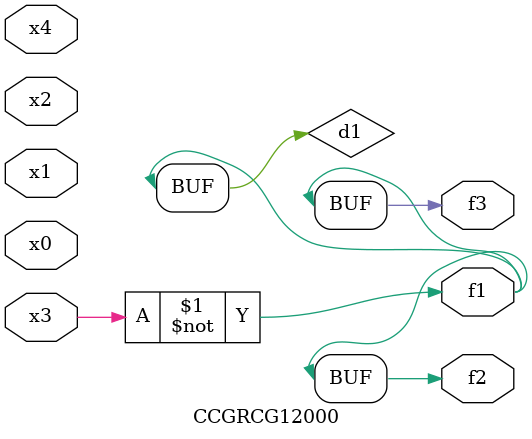
<source format=v>
module CCGRCG12000(
	input x0, x1, x2, x3, x4,
	output f1, f2, f3
);

	wire d1, d2;

	xnor (d1, x3);
	not (d2, x1);
	assign f1 = d1;
	assign f2 = d1;
	assign f3 = d1;
endmodule

</source>
